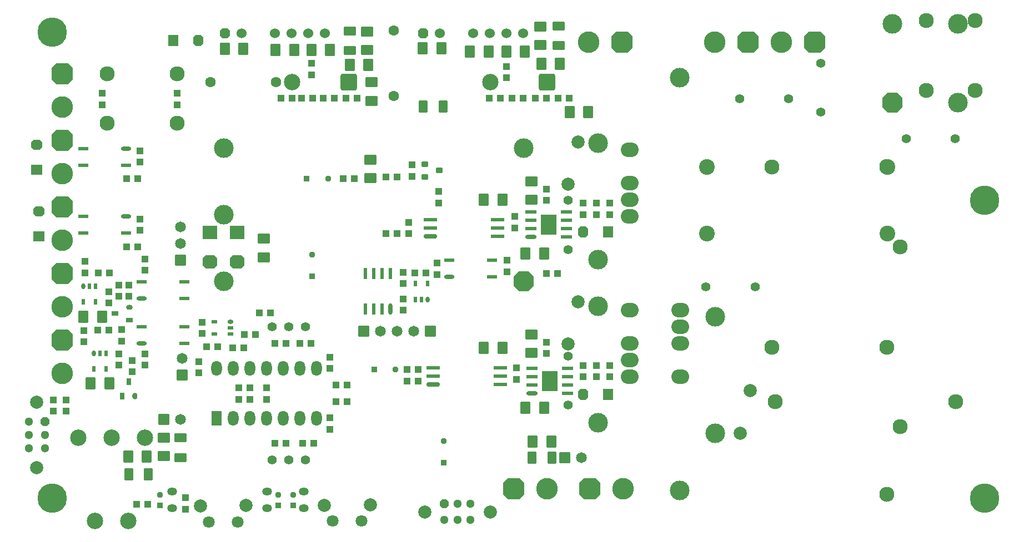
<source format=gbr>
%TF.GenerationSoftware,Altium Limited,Altium Designer,21.3.2 (30)*%
G04 Layer_Color=255*
%FSLAX26Y26*%
%MOIN*%
%TF.SameCoordinates,53465ED1-0DC7-484A-8DCD-68ECABD516C6*%
%TF.FilePolarity,Positive*%
%TF.FileFunction,Pads,Bot*%
%TF.Part,Single*%
G01*
G75*
%TA.AperFunction,ComponentPad*%
G04:AMPARAMS|DCode=21|XSize=51.181mil|YSize=51.181mil|CornerRadius=0mil|HoleSize=0mil|Usage=FLASHONLY|Rotation=0.000|XOffset=0mil|YOffset=0mil|HoleType=Round|Shape=Octagon|*
%AMOCTAGOND21*
4,1,8,0.025591,-0.012795,0.025591,0.012795,0.012795,0.025591,-0.012795,0.025591,-0.025591,0.012795,-0.025591,-0.012795,-0.012795,-0.025591,0.012795,-0.025591,0.025591,-0.012795,0.0*
%
%ADD21OCTAGOND21*%

%ADD22C,0.051181*%
%ADD23C,0.078740*%
G04:AMPARAMS|DCode=24|XSize=51.181mil|YSize=51.181mil|CornerRadius=0mil|HoleSize=0mil|Usage=FLASHONLY|Rotation=270.000|XOffset=0mil|YOffset=0mil|HoleType=Round|Shape=Octagon|*
%AMOCTAGOND24*
4,1,8,-0.012795,-0.025591,0.012795,-0.025591,0.025591,-0.012795,0.025591,0.012795,0.012795,0.025591,-0.012795,0.025591,-0.025591,0.012795,-0.025591,-0.012795,-0.012795,-0.025591,0.0*
%
%ADD24OCTAGOND24*%

%ADD25C,0.055118*%
%ADD26C,0.118110*%
%ADD27C,0.129921*%
G04:AMPARAMS|DCode=28|XSize=129.921mil|YSize=129.921mil|CornerRadius=0mil|HoleSize=0mil|Usage=FLASHONLY|Rotation=0.000|XOffset=0mil|YOffset=0mil|HoleType=Round|Shape=Octagon|*
%AMOCTAGOND28*
4,1,8,0.064961,-0.032480,0.064961,0.032480,0.032480,0.064961,-0.032480,0.064961,-0.064961,0.032480,-0.064961,-0.032480,-0.032480,-0.064961,0.032480,-0.064961,0.064961,-0.032480,0.0*
%
%ADD28OCTAGOND28*%

%ADD29O,0.106299X0.088189*%
%ADD30C,0.090551*%
%ADD31C,0.070866*%
%ADD32C,0.060000*%
G04:AMPARAMS|DCode=33|XSize=60mil|YSize=60mil|CornerRadius=0mil|HoleSize=0mil|Usage=FLASHONLY|Rotation=0.000|XOffset=0mil|YOffset=0mil|HoleType=Round|Shape=Octagon|*
%AMOCTAGOND33*
4,1,8,0.030000,-0.015000,0.030000,0.015000,0.015000,0.030000,-0.015000,0.030000,-0.030000,0.015000,-0.030000,-0.015000,-0.015000,-0.030000,0.015000,-0.030000,0.030000,-0.015000,0.0*
%
%ADD33OCTAGOND33*%

%ADD34C,0.065000*%
G04:AMPARAMS|DCode=35|XSize=65mil|YSize=65mil|CornerRadius=3.25mil|HoleSize=0mil|Usage=FLASHONLY|Rotation=180.000|XOffset=0mil|YOffset=0mil|HoleType=Round|Shape=RoundedRectangle|*
%AMROUNDEDRECTD35*
21,1,0.065000,0.058500,0,0,180.0*
21,1,0.058500,0.065000,0,0,180.0*
1,1,0.006500,-0.029250,0.029250*
1,1,0.006500,0.029250,0.029250*
1,1,0.006500,0.029250,-0.029250*
1,1,0.006500,-0.029250,-0.029250*
%
%ADD35ROUNDEDRECTD35*%
G04:AMPARAMS|DCode=36|XSize=118.11mil|YSize=118.11mil|CornerRadius=0mil|HoleSize=0mil|Usage=FLASHONLY|Rotation=270.000|XOffset=0mil|YOffset=0mil|HoleType=Round|Shape=Octagon|*
%AMOCTAGOND36*
4,1,8,-0.029527,-0.059055,0.029527,-0.059055,0.059055,-0.029528,0.059055,0.029528,0.029527,0.059055,-0.029527,0.059055,-0.059055,0.029528,-0.059055,-0.029528,-0.029527,-0.059055,0.0*
%
%ADD36OCTAGOND36*%

G04:AMPARAMS|DCode=37|XSize=65mil|YSize=65mil|CornerRadius=3.25mil|HoleSize=0mil|Usage=FLASHONLY|Rotation=90.000|XOffset=0mil|YOffset=0mil|HoleType=Round|Shape=RoundedRectangle|*
%AMROUNDEDRECTD37*
21,1,0.065000,0.058500,0,0,90.0*
21,1,0.058500,0.065000,0,0,90.0*
1,1,0.006500,0.029250,0.029250*
1,1,0.006500,0.029250,-0.029250*
1,1,0.006500,-0.029250,-0.029250*
1,1,0.006500,-0.029250,0.029250*
%
%ADD37ROUNDEDRECTD37*%
%ADD38C,0.098425*%
G04:AMPARAMS|DCode=39|XSize=98.425mil|YSize=98.425mil|CornerRadius=9.842mil|HoleSize=0mil|Usage=FLASHONLY|Rotation=0.000|XOffset=0mil|YOffset=0mil|HoleType=Round|Shape=RoundedRectangle|*
%AMROUNDEDRECTD39*
21,1,0.098425,0.078740,0,0,0.0*
21,1,0.078740,0.098425,0,0,0.0*
1,1,0.019685,0.039370,-0.039370*
1,1,0.019685,-0.039370,-0.039370*
1,1,0.019685,-0.039370,0.039370*
1,1,0.019685,0.039370,0.039370*
%
%ADD39ROUNDEDRECTD39*%
%ADD40C,0.062992*%
G04:AMPARAMS|DCode=41|XSize=118.11mil|YSize=118.11mil|CornerRadius=0mil|HoleSize=0mil|Usage=FLASHONLY|Rotation=180.000|XOffset=0mil|YOffset=0mil|HoleType=Round|Shape=Octagon|*
%AMOCTAGOND41*
4,1,8,-0.059055,0.029527,-0.059055,-0.029527,-0.029528,-0.059055,0.029528,-0.059055,0.059055,-0.029527,0.059055,0.029527,0.029528,0.059055,-0.029528,0.059055,-0.059055,0.029527,0.0*
%
%ADD41OCTAGOND41*%

G04:AMPARAMS|DCode=42|XSize=129.921mil|YSize=129.921mil|CornerRadius=0mil|HoleSize=0mil|Usage=FLASHONLY|Rotation=270.000|XOffset=0mil|YOffset=0mil|HoleType=Round|Shape=Octagon|*
%AMOCTAGOND42*
4,1,8,-0.032480,-0.064961,0.032480,-0.064961,0.064961,-0.032480,0.064961,0.032480,0.032480,0.064961,-0.032480,0.064961,-0.064961,0.032480,-0.064961,-0.032480,-0.032480,-0.064961,0.0*
%
%ADD42OCTAGOND42*%

%ADD43C,0.094488*%
%ADD44O,0.059055X0.047244*%
%ADD45O,0.064000X0.090000*%
%ADD46R,0.064000X0.090000*%
%TA.AperFunction,WasherPad*%
%ADD47C,0.177165*%
%TA.AperFunction,ViaPad*%
%ADD48C,0.118110*%
%TA.AperFunction,SMDPad,CuDef*%
G04:AMPARAMS|DCode=51|XSize=40mil|YSize=40mil|CornerRadius=3mil|HoleSize=0mil|Usage=FLASHONLY|Rotation=0.000|XOffset=0mil|YOffset=0mil|HoleType=Round|Shape=RoundedRectangle|*
%AMROUNDEDRECTD51*
21,1,0.040000,0.034000,0,0,0.0*
21,1,0.034000,0.040000,0,0,0.0*
1,1,0.006000,0.017000,-0.017000*
1,1,0.006000,-0.017000,-0.017000*
1,1,0.006000,-0.017000,0.017000*
1,1,0.006000,0.017000,0.017000*
%
%ADD51ROUNDEDRECTD51*%
G04:AMPARAMS|DCode=52|XSize=35.433mil|YSize=35.433mil|CornerRadius=0mil|HoleSize=0mil|Usage=FLASHONLY|Rotation=0.000|XOffset=0mil|YOffset=0mil|HoleType=Round|Shape=Octagon|*
%AMOCTAGOND52*
4,1,8,0.017717,-0.008858,0.017717,0.008858,0.008858,0.017717,-0.008858,0.017717,-0.017717,0.008858,-0.017717,-0.008858,-0.008858,-0.017717,0.008858,-0.017717,0.017717,-0.008858,0.0*
%
%ADD52OCTAGOND52*%

%ADD53R,0.035433X0.035433*%
G04:AMPARAMS|DCode=54|XSize=31.496mil|YSize=39.37mil|CornerRadius=4.724mil|HoleSize=0mil|Usage=FLASHONLY|Rotation=270.000|XOffset=0mil|YOffset=0mil|HoleType=Round|Shape=RoundedRectangle|*
%AMROUNDEDRECTD54*
21,1,0.031496,0.029921,0,0,270.0*
21,1,0.022047,0.039370,0,0,270.0*
1,1,0.009449,-0.014961,-0.011024*
1,1,0.009449,-0.014961,0.011024*
1,1,0.009449,0.014961,0.011024*
1,1,0.009449,0.014961,-0.011024*
%
%ADD54ROUNDEDRECTD54*%
%ADD55O,0.062992X0.023622*%
%ADD56R,0.062992X0.023622*%
G04:AMPARAMS|DCode=57|XSize=40mil|YSize=40mil|CornerRadius=3mil|HoleSize=0mil|Usage=FLASHONLY|Rotation=270.000|XOffset=0mil|YOffset=0mil|HoleType=Round|Shape=RoundedRectangle|*
%AMROUNDEDRECTD57*
21,1,0.040000,0.034000,0,0,270.0*
21,1,0.034000,0.040000,0,0,270.0*
1,1,0.006000,-0.017000,-0.017000*
1,1,0.006000,-0.017000,0.017000*
1,1,0.006000,0.017000,0.017000*
1,1,0.006000,0.017000,-0.017000*
%
%ADD57ROUNDEDRECTD57*%
G04:AMPARAMS|DCode=58|XSize=63mil|YSize=71mil|CornerRadius=4.725mil|HoleSize=0mil|Usage=FLASHONLY|Rotation=90.000|XOffset=0mil|YOffset=0mil|HoleType=Round|Shape=RoundedRectangle|*
%AMROUNDEDRECTD58*
21,1,0.063000,0.061550,0,0,90.0*
21,1,0.053550,0.071000,0,0,90.0*
1,1,0.009450,0.030775,0.026775*
1,1,0.009450,0.030775,-0.026775*
1,1,0.009450,-0.030775,-0.026775*
1,1,0.009450,-0.030775,0.026775*
%
%ADD58ROUNDEDRECTD58*%
%ADD59R,0.035433X0.035433*%
G04:AMPARAMS|DCode=60|XSize=35.433mil|YSize=35.433mil|CornerRadius=0mil|HoleSize=0mil|Usage=FLASHONLY|Rotation=270.000|XOffset=0mil|YOffset=0mil|HoleType=Round|Shape=Octagon|*
%AMOCTAGOND60*
4,1,8,-0.008858,-0.017717,0.008858,-0.017717,0.017717,-0.008858,0.017717,0.008858,0.008858,0.017717,-0.008858,0.017717,-0.017717,0.008858,-0.017717,-0.008858,-0.008858,-0.017717,0.0*
%
%ADD60OCTAGOND60*%

%ADD61R,0.040000X0.030000*%
%ADD62O,0.040000X0.030000*%
%ADD63R,0.030000X0.040000*%
%ADD64O,0.030000X0.040000*%
%ADD65O,0.023622X0.035433*%
%ADD66R,0.023622X0.035433*%
%ADD67O,0.068898X0.023622*%
%ADD68R,0.068898X0.023622*%
%ADD69R,0.094488X0.122047*%
G04:AMPARAMS|DCode=70|XSize=23.622mil|YSize=80.709mil|CornerRadius=0mil|HoleSize=0mil|Usage=FLASHONLY|Rotation=270.000|XOffset=0mil|YOffset=0mil|HoleType=Round|Shape=Octagon|*
%AMOCTAGOND70*
4,1,8,0.040354,0.005906,0.040354,-0.005906,0.034449,-0.011811,-0.034449,-0.011811,-0.040354,-0.005906,-0.040354,0.005906,-0.034449,0.011811,0.034449,0.011811,0.040354,0.005906,0.0*
%
%ADD70OCTAGOND70*%

%ADD71R,0.080709X0.023622*%
%ADD72R,0.023622X0.068898*%
%ADD73O,0.023622X0.068898*%
G04:AMPARAMS|DCode=74|XSize=63mil|YSize=71mil|CornerRadius=4.725mil|HoleSize=0mil|Usage=FLASHONLY|Rotation=0.000|XOffset=0mil|YOffset=0mil|HoleType=Round|Shape=RoundedRectangle|*
%AMROUNDEDRECTD74*
21,1,0.063000,0.061550,0,0,0.0*
21,1,0.053550,0.071000,0,0,0.0*
1,1,0.009450,0.026775,-0.030775*
1,1,0.009450,-0.026775,-0.030775*
1,1,0.009450,-0.026775,0.030775*
1,1,0.009450,0.026775,0.030775*
%
%ADD74ROUNDEDRECTD74*%
%ADD75R,0.086614X0.080709*%
G04:AMPARAMS|DCode=76|XSize=86.614mil|YSize=80.709mil|CornerRadius=0mil|HoleSize=0mil|Usage=FLASHONLY|Rotation=0.000|XOffset=0mil|YOffset=0mil|HoleType=Round|Shape=Octagon|*
%AMOCTAGOND76*
4,1,8,0.043307,-0.020177,0.043307,0.020177,0.023130,0.040354,-0.023130,0.040354,-0.043307,0.020177,-0.043307,-0.020177,-0.023130,-0.040354,0.023130,-0.040354,0.043307,-0.020177,0.0*
%
%ADD76OCTAGOND76*%

%ADD77R,0.066929X0.062992*%
G04:AMPARAMS|DCode=78|XSize=66.929mil|YSize=62.992mil|CornerRadius=0mil|HoleSize=0mil|Usage=FLASHONLY|Rotation=0.000|XOffset=0mil|YOffset=0mil|HoleType=Round|Shape=Octagon|*
%AMOCTAGOND78*
4,1,8,0.033465,-0.015748,0.033465,0.015748,0.017717,0.031496,-0.017717,0.031496,-0.033465,0.015748,-0.033465,-0.015748,-0.017717,-0.031496,0.017717,-0.031496,0.033465,-0.015748,0.0*
%
%ADD78OCTAGOND78*%

G04:AMPARAMS|DCode=79|XSize=66.929mil|YSize=62.992mil|CornerRadius=0mil|HoleSize=0mil|Usage=FLASHONLY|Rotation=270.000|XOffset=0mil|YOffset=0mil|HoleType=Round|Shape=Octagon|*
%AMOCTAGOND79*
4,1,8,-0.015748,-0.033465,0.015748,-0.033465,0.031496,-0.017717,0.031496,0.017717,0.015748,0.033465,-0.015748,0.033465,-0.031496,0.017717,-0.031496,-0.017717,-0.015748,-0.033465,0.0*
%
%ADD79OCTAGOND79*%

%ADD80R,0.062992X0.066929*%
G04:AMPARAMS|DCode=81|XSize=35.433mil|YSize=33.465mil|CornerRadius=0mil|HoleSize=0mil|Usage=FLASHONLY|Rotation=0.000|XOffset=0mil|YOffset=0mil|HoleType=Round|Shape=Octagon|*
%AMOCTAGOND81*
4,1,8,0.017717,-0.008366,0.017717,0.008366,0.009351,0.016732,-0.009351,0.016732,-0.017717,0.008366,-0.017717,-0.008366,-0.009351,-0.016732,0.009351,-0.016732,0.017717,-0.008366,0.0*
%
%ADD81OCTAGOND81*%

%ADD82R,0.035433X0.033465*%
%ADD83R,0.035433X0.023622*%
%ADD84O,0.035433X0.023622*%
G04:AMPARAMS|DCode=85|XSize=55.118mil|YSize=70.866mil|CornerRadius=4.134mil|HoleSize=0mil|Usage=FLASHONLY|Rotation=90.000|XOffset=0mil|YOffset=0mil|HoleType=Round|Shape=RoundedRectangle|*
%AMROUNDEDRECTD85*
21,1,0.055118,0.062599,0,0,90.0*
21,1,0.046850,0.070866,0,0,90.0*
1,1,0.008268,0.031299,0.023425*
1,1,0.008268,0.031299,-0.023425*
1,1,0.008268,-0.031299,-0.023425*
1,1,0.008268,-0.031299,0.023425*
%
%ADD85ROUNDEDRECTD85*%
G04:AMPARAMS|DCode=86|XSize=55.118mil|YSize=70.866mil|CornerRadius=4.134mil|HoleSize=0mil|Usage=FLASHONLY|Rotation=0.000|XOffset=0mil|YOffset=0mil|HoleType=Round|Shape=RoundedRectangle|*
%AMROUNDEDRECTD86*
21,1,0.055118,0.062599,0,0,0.0*
21,1,0.046850,0.070866,0,0,0.0*
1,1,0.008268,0.023425,-0.031299*
1,1,0.008268,-0.023425,-0.031299*
1,1,0.008268,-0.023425,0.031299*
1,1,0.008268,0.023425,0.031299*
%
%ADD86ROUNDEDRECTD86*%
D21*
X3902520Y1968425D02*
D03*
D22*
X1505906Y2303150D02*
D03*
Y2381890D02*
D03*
X1407480D02*
D03*
Y2460630D02*
D03*
Y2303150D02*
D03*
X3902520Y1870000D02*
D03*
X3981260D02*
D03*
X4060000D02*
D03*
Y1968425D02*
D03*
X3981260D02*
D03*
D23*
X1456693Y2185039D02*
D03*
Y2578740D02*
D03*
X2437205Y1953740D02*
D03*
X2712795Y1957677D02*
D03*
X3182205Y1958740D02*
D03*
X3457795Y1962677D02*
D03*
X3784410Y1919213D02*
D03*
X4178110D02*
D03*
X4645472Y2927047D02*
D03*
X4704528Y3182953D02*
D03*
X4645472Y3887047D02*
D03*
X4704528Y4142953D02*
D03*
X5739528Y2647953D02*
D03*
X5680472Y2392047D02*
D03*
D24*
X1505906Y2460630D02*
D03*
D25*
X2870000Y2230000D02*
D03*
X2970000D02*
D03*
X3070000D02*
D03*
Y3030000D02*
D03*
X2970000D02*
D03*
X2870000D02*
D03*
X4645000Y2560000D02*
D03*
Y2855276D02*
D03*
Y3495000D02*
D03*
Y3790276D02*
D03*
X5472362Y3270000D02*
D03*
X5767638D02*
D03*
X6674724Y4160000D02*
D03*
X6970000D02*
D03*
X6161417Y4616142D02*
D03*
X5969488Y4400000D02*
D03*
X6161417Y4320866D02*
D03*
X5674213Y4400000D02*
D03*
D26*
X2580000Y3305000D02*
D03*
Y3705000D02*
D03*
Y4105000D02*
D03*
X4380000D02*
D03*
X4825000Y4135000D02*
D03*
Y3435000D02*
D03*
Y3155000D02*
D03*
Y2455000D02*
D03*
X5530000Y2390000D02*
D03*
Y3090000D02*
D03*
X6985000Y4377559D02*
D03*
Y4850000D02*
D03*
X6591299D02*
D03*
D27*
X1607480Y2750000D02*
D03*
Y3150000D02*
D03*
Y3550000D02*
D03*
Y3950000D02*
D03*
Y4350000D02*
D03*
X4520000Y2057481D02*
D03*
X4975000D02*
D03*
X5925000Y4742520D02*
D03*
X5525000D02*
D03*
X4770000D02*
D03*
D28*
X4320000Y2057481D02*
D03*
X4775000D02*
D03*
X6125000Y4742520D02*
D03*
X5725000D02*
D03*
X4970000D02*
D03*
D29*
X5015000Y2730000D02*
D03*
Y2830000D02*
D03*
Y2930000D02*
D03*
Y3130000D02*
D03*
X5320000Y2730000D02*
D03*
Y2930000D02*
D03*
Y3030000D02*
D03*
Y3130000D02*
D03*
X5015000Y3695000D02*
D03*
Y3795000D02*
D03*
Y3895000D02*
D03*
Y4095000D02*
D03*
D30*
X2300000Y4254724D02*
D03*
Y4550000D02*
D03*
X1878740D02*
D03*
Y4254724D02*
D03*
X5888661Y2580000D02*
D03*
X5870000Y2907323D02*
D03*
X6560000Y2908661D02*
D03*
X6640000Y2430000D02*
D03*
X6971339Y2580000D02*
D03*
X6560000Y2025748D02*
D03*
X6640000Y3512677D02*
D03*
X6560000Y3991339D02*
D03*
Y3994252D02*
D03*
X6794724Y4450000D02*
D03*
X7090000D02*
D03*
Y4871260D02*
D03*
X6794724D02*
D03*
X5870000Y3990000D02*
D03*
D31*
X2488386Y1859252D02*
D03*
X2661614D02*
D03*
X3233386Y1864252D02*
D03*
X3406614D02*
D03*
D32*
X4375000Y4795000D02*
D03*
X4275000D02*
D03*
X4175000D02*
D03*
X4075000D02*
D03*
X3875000D02*
D03*
X3185000D02*
D03*
X3085000D02*
D03*
X2985000D02*
D03*
X2885000D02*
D03*
X2685000D02*
D03*
D33*
X3775000Y4795000D02*
D03*
X2585000D02*
D03*
D34*
X2320000Y2475000D02*
D03*
X2330000Y2840000D02*
D03*
X2320000Y3530000D02*
D03*
Y3630000D02*
D03*
X3520000Y3003740D02*
D03*
X3620000D02*
D03*
X3720000D02*
D03*
X4725984Y2244095D02*
D03*
D35*
X2220000Y2475000D02*
D03*
X3420000Y3003740D02*
D03*
X3820000D02*
D03*
X4625984Y2244095D02*
D03*
D36*
X6591299Y4377559D02*
D03*
D37*
X2330000Y2740000D02*
D03*
X2320000Y3430000D02*
D03*
D38*
X1805000Y1865000D02*
D03*
X2005000D02*
D03*
X2105000Y2365000D02*
D03*
X1905000D02*
D03*
X1705000D02*
D03*
X2990000Y4500000D02*
D03*
X4180000D02*
D03*
D39*
X4520000Y4500000D02*
D03*
X3330000D02*
D03*
D40*
X3600000Y4418150D02*
D03*
Y4811850D02*
D03*
X2891850Y4500000D02*
D03*
X2498150D02*
D03*
D41*
X4380000Y3305000D02*
D03*
D42*
X1607480Y2950000D02*
D03*
Y3350000D02*
D03*
Y3750000D02*
D03*
Y4150000D02*
D03*
Y4550000D02*
D03*
D43*
X5480000Y3590000D02*
D03*
Y3991575D02*
D03*
X6562677Y3590000D02*
D03*
Y3991575D02*
D03*
D44*
X2270000Y1940000D02*
D03*
Y2040000D02*
D03*
X2840000D02*
D03*
Y1940000D02*
D03*
X3060000D02*
D03*
Y2040000D02*
D03*
D45*
X2636535Y2480000D02*
D03*
X2736535D02*
D03*
X2836535D02*
D03*
X2936535D02*
D03*
X3036535D02*
D03*
X3136535D02*
D03*
Y2780000D02*
D03*
X3036535D02*
D03*
X2936535D02*
D03*
X2836535D02*
D03*
X2736535D02*
D03*
X2636535D02*
D03*
X2536535D02*
D03*
D46*
X2536535Y2480000D02*
D03*
D47*
X1550000Y2000000D02*
D03*
Y4800000D02*
D03*
X7146850Y2000000D02*
D03*
Y3790000D02*
D03*
D48*
X5314961Y2047244D02*
D03*
Y4527559D02*
D03*
D51*
X2350000Y1936535D02*
D03*
Y2003465D02*
D03*
X2836535Y2596535D02*
D03*
Y2663465D02*
D03*
X2736535D02*
D03*
X2670000D02*
D03*
Y2596535D02*
D03*
X2736535D02*
D03*
X2430000Y2821929D02*
D03*
Y2755000D02*
D03*
X2450000Y2991535D02*
D03*
Y3058465D02*
D03*
X2106299Y3372047D02*
D03*
Y3438976D02*
D03*
X2075000Y3611535D02*
D03*
Y3678465D02*
D03*
X2007874Y3281496D02*
D03*
X1948819D02*
D03*
Y3214567D02*
D03*
X2007874D02*
D03*
X1965000Y3013465D02*
D03*
Y2946535D02*
D03*
X1948819Y2868110D02*
D03*
X2027559Y2828740D02*
D03*
Y2761811D02*
D03*
X1948819Y2801181D02*
D03*
X2106299D02*
D03*
Y2868110D02*
D03*
X1889764Y3175197D02*
D03*
Y3242126D02*
D03*
X1745000Y3356535D02*
D03*
Y3423465D02*
D03*
X1740000Y3008465D02*
D03*
Y2941535D02*
D03*
X1555118Y2592520D02*
D03*
Y2525590D02*
D03*
X1633858D02*
D03*
Y2592520D02*
D03*
X3215000Y2483465D02*
D03*
Y2416535D02*
D03*
Y2781535D02*
D03*
Y2848465D02*
D03*
X3680000Y2773465D02*
D03*
Y2706535D02*
D03*
X3745000D02*
D03*
Y2773465D02*
D03*
X3655000Y3130276D02*
D03*
Y3197205D02*
D03*
Y3290276D02*
D03*
Y3357205D02*
D03*
X3860000Y3346535D02*
D03*
Y3413465D02*
D03*
X3690167Y3591535D02*
D03*
Y3658465D02*
D03*
X3870000Y3776535D02*
D03*
Y3843465D02*
D03*
X3710000Y4003465D02*
D03*
Y3936535D02*
D03*
X4280000Y3363071D02*
D03*
Y3430000D02*
D03*
X4325167Y3626535D02*
D03*
X4515000Y3791535D02*
D03*
Y3858465D02*
D03*
X4325167Y3693465D02*
D03*
X4735167Y3706535D02*
D03*
Y3773465D02*
D03*
X4815167D02*
D03*
Y3706535D02*
D03*
X4895167D02*
D03*
Y3773465D02*
D03*
X4275000Y4528525D02*
D03*
Y4595455D02*
D03*
X3105000Y4613465D02*
D03*
Y4546535D02*
D03*
X2300000Y4433465D02*
D03*
Y4366535D02*
D03*
X2075000Y4088465D02*
D03*
Y4021535D02*
D03*
X1850000Y4366535D02*
D03*
Y4433465D02*
D03*
X4335000Y2783465D02*
D03*
Y2716535D02*
D03*
X4515000Y2871535D02*
D03*
Y2938465D02*
D03*
X4735000Y2798465D02*
D03*
Y2731535D02*
D03*
X4815000D02*
D03*
Y2798465D02*
D03*
X4895000D02*
D03*
Y2731535D02*
D03*
D52*
X3110000Y3463976D02*
D03*
X3900000Y2343976D02*
D03*
D53*
X3110000Y3336024D02*
D03*
X3900000Y2216024D02*
D03*
D54*
X3873307Y3970000D02*
D03*
X3786693Y4007401D02*
D03*
Y3932598D02*
D03*
D55*
X2087047Y2930000D02*
D03*
Y3200000D02*
D03*
X1992953Y3695000D02*
D03*
Y4100000D02*
D03*
X3932047Y3330000D02*
D03*
D56*
X2342953Y2930000D02*
D03*
Y3030000D02*
D03*
Y3200000D02*
D03*
Y3300000D02*
D03*
X2087047D02*
D03*
Y3030000D02*
D03*
X1992953Y3595000D02*
D03*
X1737047Y3695000D02*
D03*
Y3595000D02*
D03*
X1992953Y4000000D02*
D03*
X1737047D02*
D03*
Y4100000D02*
D03*
X3932047Y3430000D02*
D03*
X4187953Y3330000D02*
D03*
Y3430000D02*
D03*
D57*
X2056535Y1965000D02*
D03*
X2123465D02*
D03*
X2886535Y2330000D02*
D03*
X2953465D02*
D03*
X3053071D02*
D03*
X3120000D02*
D03*
X3253071Y2580000D02*
D03*
X3320000D02*
D03*
Y2680000D02*
D03*
X3253071D02*
D03*
X3103465Y2930000D02*
D03*
X3036535D02*
D03*
X2953465D02*
D03*
X2886535D02*
D03*
X2768465Y2985000D02*
D03*
X2701535D02*
D03*
X2698465Y2905000D02*
D03*
X2631535D02*
D03*
X2543465Y2910000D02*
D03*
X2476535D02*
D03*
X2791535Y3115000D02*
D03*
X2858465D02*
D03*
X3551535Y3590000D02*
D03*
X3618465D02*
D03*
X3726535Y3353740D02*
D03*
X3793465D02*
D03*
X3620000Y3930000D02*
D03*
X3553071D02*
D03*
X3363465Y3920000D02*
D03*
X3296535D02*
D03*
X3311535Y4405000D02*
D03*
X3378465D02*
D03*
X3243465D02*
D03*
X3176535D02*
D03*
X3113465D02*
D03*
X3046535D02*
D03*
X2988465D02*
D03*
X2921535D02*
D03*
X2063465Y3920000D02*
D03*
X1996535D02*
D03*
Y3510000D02*
D03*
X2063465D02*
D03*
X1893465Y3355000D02*
D03*
X1826535D02*
D03*
X1821535Y3010000D02*
D03*
X1888465D02*
D03*
X4171535Y4405000D02*
D03*
X4238465D02*
D03*
X4309545D02*
D03*
X4376475D02*
D03*
X4447555D02*
D03*
X4514485D02*
D03*
X4586535D02*
D03*
X4653465D02*
D03*
X4516535Y3350000D02*
D03*
X4583465D02*
D03*
D58*
X2220000Y2254000D02*
D03*
Y2366000D02*
D03*
X2820000Y3449000D02*
D03*
Y3561000D02*
D03*
X3460000Y3924000D02*
D03*
Y4036000D02*
D03*
X3465000Y4389000D02*
D03*
Y4501000D02*
D03*
X3440000Y4694000D02*
D03*
Y4806000D02*
D03*
X4425000Y3906000D02*
D03*
Y3794000D02*
D03*
Y2986000D02*
D03*
Y2874000D02*
D03*
X4480000Y4724000D02*
D03*
Y4836000D02*
D03*
D59*
X3481024Y2775000D02*
D03*
X3076024Y3920000D02*
D03*
D60*
X3608976Y2775000D02*
D03*
X3203976Y3920000D02*
D03*
D61*
X2011811Y3072834D02*
D03*
X1925197Y3110236D02*
D03*
D62*
X2011811Y3147638D02*
D03*
D63*
X1970472Y2614173D02*
D03*
X2007874Y2700787D02*
D03*
D64*
X2045276Y2614173D02*
D03*
D65*
X1797598Y2872244D02*
D03*
X1734252Y3275591D02*
D03*
X3802402Y3196496D02*
D03*
D66*
X1797598Y2777756D02*
D03*
X1872401D02*
D03*
Y2872244D02*
D03*
X1835000D02*
D03*
X1809055Y3181102D02*
D03*
Y3275591D02*
D03*
X1771653D02*
D03*
X1734252Y3181102D02*
D03*
X3727599Y3196496D02*
D03*
X3765000D02*
D03*
X3727599Y3290984D02*
D03*
X3802402D02*
D03*
D67*
X4422205Y3570000D02*
D03*
X4428701Y2630000D02*
D03*
D68*
X4422205Y3620000D02*
D03*
Y3670000D02*
D03*
Y3720000D02*
D03*
X4634803Y3670000D02*
D03*
Y3620000D02*
D03*
Y3570000D02*
D03*
Y3720000D02*
D03*
X4428701Y2780000D02*
D03*
Y2730000D02*
D03*
Y2680000D02*
D03*
X4641299Y2630000D02*
D03*
Y2680000D02*
D03*
Y2730000D02*
D03*
Y2780000D02*
D03*
D69*
X4535000Y2705000D02*
D03*
X4528504Y3645000D02*
D03*
D70*
X3834488Y2685000D02*
D03*
X3817412Y3575000D02*
D03*
D71*
X3834488Y2735000D02*
D03*
Y2785000D02*
D03*
X4240000D02*
D03*
Y2735000D02*
D03*
Y2685000D02*
D03*
X4222923Y3575000D02*
D03*
Y3625000D02*
D03*
Y3675000D02*
D03*
X3817412D02*
D03*
Y3625000D02*
D03*
D72*
X3430000Y3137441D02*
D03*
X3480000D02*
D03*
X3530000D02*
D03*
X3580000Y3350039D02*
D03*
X3530000D02*
D03*
X3480000D02*
D03*
X3430000D02*
D03*
D73*
X3580000Y3137441D02*
D03*
D74*
X2116000Y2250000D02*
D03*
X2004000D02*
D03*
X1891000Y2690000D02*
D03*
X1779000D02*
D03*
X1847339Y3090551D02*
D03*
X1735339D02*
D03*
X3334000Y4605000D02*
D03*
X3446000D02*
D03*
X3773000Y4705000D02*
D03*
X3885000D02*
D03*
X4055990Y4685000D02*
D03*
X4167990D02*
D03*
X4274000D02*
D03*
X4386000D02*
D03*
X4484000Y4610000D02*
D03*
X4596000D02*
D03*
X4654000Y4320000D02*
D03*
X4766000D02*
D03*
X4251000Y3795000D02*
D03*
X4139000D02*
D03*
X4389000Y3470000D02*
D03*
X4501000D02*
D03*
X4251000Y2905000D02*
D03*
X4139000D02*
D03*
X4389000Y2545000D02*
D03*
X4501000D02*
D03*
X4544189Y2342520D02*
D03*
X4432189D02*
D03*
X3216000Y4695000D02*
D03*
X3104000D02*
D03*
X3001000D02*
D03*
X2889000D02*
D03*
X2696000Y4700000D02*
D03*
X2584000D02*
D03*
D75*
X2660000Y3598583D02*
D03*
X2496447D02*
D03*
D76*
X2660000Y3421417D02*
D03*
X2496447D02*
D03*
D77*
X1470000Y3574213D02*
D03*
X1455000Y3974213D02*
D03*
D78*
X1470000Y3725787D02*
D03*
X1455000Y4125787D02*
D03*
D79*
X4734213Y2625000D02*
D03*
X4734380Y3600000D02*
D03*
X2425787Y4750000D02*
D03*
D80*
X2274213Y4750000D02*
D03*
X4885787Y2625000D02*
D03*
X4885955Y3600000D02*
D03*
D81*
X2195000Y2022480D02*
D03*
X2905000D02*
D03*
X2995000D02*
D03*
D82*
X2195000Y1957520D02*
D03*
X2905000D02*
D03*
X2995000D02*
D03*
D83*
X2522756Y2987599D02*
D03*
Y3062402D02*
D03*
X2617244Y3025000D02*
D03*
Y2987599D02*
D03*
D84*
X2617244Y3062402D02*
D03*
D85*
X2320000Y2245945D02*
D03*
Y2364055D02*
D03*
X3335000Y4690945D02*
D03*
Y4809055D02*
D03*
X4590000Y4720945D02*
D03*
Y4839055D02*
D03*
D86*
X2125984Y2145669D02*
D03*
X2007874D02*
D03*
X3894055Y4355000D02*
D03*
X3775945D02*
D03*
X4429134Y2244095D02*
D03*
X4547244D02*
D03*
%TF.MD5,40847df00d8cdea6aae0407de8e88ea4*%
M02*

</source>
